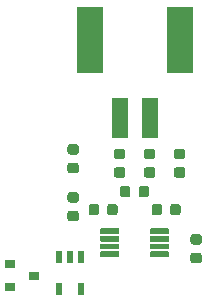
<source format=gbr>
G04 #@! TF.GenerationSoftware,KiCad,Pcbnew,5.1.5-52549c5~84~ubuntu18.04.1*
G04 #@! TF.CreationDate,2020-01-22T16:22:53-05:00*
G04 #@! TF.ProjectId,ATA,4154412e-6b69-4636-9164-5f7063625858,1.0*
G04 #@! TF.SameCoordinates,Original*
G04 #@! TF.FileFunction,Paste,Top*
G04 #@! TF.FilePolarity,Positive*
%FSLAX46Y46*%
G04 Gerber Fmt 4.6, Leading zero omitted, Abs format (unit mm)*
G04 Created by KiCad (PCBNEW 5.1.5-52549c5~84~ubuntu18.04.1) date 2020-01-22 16:22:53*
%MOMM*%
%LPD*%
G04 APERTURE LIST*
%ADD10R,0.900000X0.800000*%
%ADD11C,0.100000*%
%ADD12R,1.400000X3.400000*%
%ADD13R,2.300000X5.600000*%
%ADD14R,0.600000X1.050000*%
G04 APERTURE END LIST*
D10*
X140700000Y-95250000D03*
X138700000Y-96200000D03*
X138700000Y-94300000D03*
D11*
G36*
X144295691Y-84120053D02*
G01*
X144316926Y-84123203D01*
X144337750Y-84128419D01*
X144357962Y-84135651D01*
X144377368Y-84144830D01*
X144395781Y-84155866D01*
X144413024Y-84168654D01*
X144428930Y-84183070D01*
X144443346Y-84198976D01*
X144456134Y-84216219D01*
X144467170Y-84234632D01*
X144476349Y-84254038D01*
X144483581Y-84274250D01*
X144488797Y-84295074D01*
X144491947Y-84316309D01*
X144493000Y-84337750D01*
X144493000Y-84775250D01*
X144491947Y-84796691D01*
X144488797Y-84817926D01*
X144483581Y-84838750D01*
X144476349Y-84858962D01*
X144467170Y-84878368D01*
X144456134Y-84896781D01*
X144443346Y-84914024D01*
X144428930Y-84929930D01*
X144413024Y-84944346D01*
X144395781Y-84957134D01*
X144377368Y-84968170D01*
X144357962Y-84977349D01*
X144337750Y-84984581D01*
X144316926Y-84989797D01*
X144295691Y-84992947D01*
X144274250Y-84994000D01*
X143761750Y-84994000D01*
X143740309Y-84992947D01*
X143719074Y-84989797D01*
X143698250Y-84984581D01*
X143678038Y-84977349D01*
X143658632Y-84968170D01*
X143640219Y-84957134D01*
X143622976Y-84944346D01*
X143607070Y-84929930D01*
X143592654Y-84914024D01*
X143579866Y-84896781D01*
X143568830Y-84878368D01*
X143559651Y-84858962D01*
X143552419Y-84838750D01*
X143547203Y-84817926D01*
X143544053Y-84796691D01*
X143543000Y-84775250D01*
X143543000Y-84337750D01*
X143544053Y-84316309D01*
X143547203Y-84295074D01*
X143552419Y-84274250D01*
X143559651Y-84254038D01*
X143568830Y-84234632D01*
X143579866Y-84216219D01*
X143592654Y-84198976D01*
X143607070Y-84183070D01*
X143622976Y-84168654D01*
X143640219Y-84155866D01*
X143658632Y-84144830D01*
X143678038Y-84135651D01*
X143698250Y-84128419D01*
X143719074Y-84123203D01*
X143740309Y-84120053D01*
X143761750Y-84119000D01*
X144274250Y-84119000D01*
X144295691Y-84120053D01*
G37*
G36*
X144295691Y-85695053D02*
G01*
X144316926Y-85698203D01*
X144337750Y-85703419D01*
X144357962Y-85710651D01*
X144377368Y-85719830D01*
X144395781Y-85730866D01*
X144413024Y-85743654D01*
X144428930Y-85758070D01*
X144443346Y-85773976D01*
X144456134Y-85791219D01*
X144467170Y-85809632D01*
X144476349Y-85829038D01*
X144483581Y-85849250D01*
X144488797Y-85870074D01*
X144491947Y-85891309D01*
X144493000Y-85912750D01*
X144493000Y-86350250D01*
X144491947Y-86371691D01*
X144488797Y-86392926D01*
X144483581Y-86413750D01*
X144476349Y-86433962D01*
X144467170Y-86453368D01*
X144456134Y-86471781D01*
X144443346Y-86489024D01*
X144428930Y-86504930D01*
X144413024Y-86519346D01*
X144395781Y-86532134D01*
X144377368Y-86543170D01*
X144357962Y-86552349D01*
X144337750Y-86559581D01*
X144316926Y-86564797D01*
X144295691Y-86567947D01*
X144274250Y-86569000D01*
X143761750Y-86569000D01*
X143740309Y-86567947D01*
X143719074Y-86564797D01*
X143698250Y-86559581D01*
X143678038Y-86552349D01*
X143658632Y-86543170D01*
X143640219Y-86532134D01*
X143622976Y-86519346D01*
X143607070Y-86504930D01*
X143592654Y-86489024D01*
X143579866Y-86471781D01*
X143568830Y-86453368D01*
X143559651Y-86433962D01*
X143552419Y-86413750D01*
X143547203Y-86392926D01*
X143544053Y-86371691D01*
X143543000Y-86350250D01*
X143543000Y-85912750D01*
X143544053Y-85891309D01*
X143547203Y-85870074D01*
X143552419Y-85849250D01*
X143559651Y-85829038D01*
X143568830Y-85809632D01*
X143579866Y-85791219D01*
X143592654Y-85773976D01*
X143607070Y-85758070D01*
X143622976Y-85743654D01*
X143640219Y-85730866D01*
X143658632Y-85719830D01*
X143678038Y-85710651D01*
X143698250Y-85703419D01*
X143719074Y-85698203D01*
X143740309Y-85695053D01*
X143761750Y-85694000D01*
X144274250Y-85694000D01*
X144295691Y-85695053D01*
G37*
G36*
X153312691Y-86076053D02*
G01*
X153333926Y-86079203D01*
X153354750Y-86084419D01*
X153374962Y-86091651D01*
X153394368Y-86100830D01*
X153412781Y-86111866D01*
X153430024Y-86124654D01*
X153445930Y-86139070D01*
X153460346Y-86154976D01*
X153473134Y-86172219D01*
X153484170Y-86190632D01*
X153493349Y-86210038D01*
X153500581Y-86230250D01*
X153505797Y-86251074D01*
X153508947Y-86272309D01*
X153510000Y-86293750D01*
X153510000Y-86731250D01*
X153508947Y-86752691D01*
X153505797Y-86773926D01*
X153500581Y-86794750D01*
X153493349Y-86814962D01*
X153484170Y-86834368D01*
X153473134Y-86852781D01*
X153460346Y-86870024D01*
X153445930Y-86885930D01*
X153430024Y-86900346D01*
X153412781Y-86913134D01*
X153394368Y-86924170D01*
X153374962Y-86933349D01*
X153354750Y-86940581D01*
X153333926Y-86945797D01*
X153312691Y-86948947D01*
X153291250Y-86950000D01*
X152778750Y-86950000D01*
X152757309Y-86948947D01*
X152736074Y-86945797D01*
X152715250Y-86940581D01*
X152695038Y-86933349D01*
X152675632Y-86924170D01*
X152657219Y-86913134D01*
X152639976Y-86900346D01*
X152624070Y-86885930D01*
X152609654Y-86870024D01*
X152596866Y-86852781D01*
X152585830Y-86834368D01*
X152576651Y-86814962D01*
X152569419Y-86794750D01*
X152564203Y-86773926D01*
X152561053Y-86752691D01*
X152560000Y-86731250D01*
X152560000Y-86293750D01*
X152561053Y-86272309D01*
X152564203Y-86251074D01*
X152569419Y-86230250D01*
X152576651Y-86210038D01*
X152585830Y-86190632D01*
X152596866Y-86172219D01*
X152609654Y-86154976D01*
X152624070Y-86139070D01*
X152639976Y-86124654D01*
X152657219Y-86111866D01*
X152675632Y-86100830D01*
X152695038Y-86091651D01*
X152715250Y-86084419D01*
X152736074Y-86079203D01*
X152757309Y-86076053D01*
X152778750Y-86075000D01*
X153291250Y-86075000D01*
X153312691Y-86076053D01*
G37*
G36*
X153312691Y-84501053D02*
G01*
X153333926Y-84504203D01*
X153354750Y-84509419D01*
X153374962Y-84516651D01*
X153394368Y-84525830D01*
X153412781Y-84536866D01*
X153430024Y-84549654D01*
X153445930Y-84564070D01*
X153460346Y-84579976D01*
X153473134Y-84597219D01*
X153484170Y-84615632D01*
X153493349Y-84635038D01*
X153500581Y-84655250D01*
X153505797Y-84676074D01*
X153508947Y-84697309D01*
X153510000Y-84718750D01*
X153510000Y-85156250D01*
X153508947Y-85177691D01*
X153505797Y-85198926D01*
X153500581Y-85219750D01*
X153493349Y-85239962D01*
X153484170Y-85259368D01*
X153473134Y-85277781D01*
X153460346Y-85295024D01*
X153445930Y-85310930D01*
X153430024Y-85325346D01*
X153412781Y-85338134D01*
X153394368Y-85349170D01*
X153374962Y-85358349D01*
X153354750Y-85365581D01*
X153333926Y-85370797D01*
X153312691Y-85373947D01*
X153291250Y-85375000D01*
X152778750Y-85375000D01*
X152757309Y-85373947D01*
X152736074Y-85370797D01*
X152715250Y-85365581D01*
X152695038Y-85358349D01*
X152675632Y-85349170D01*
X152657219Y-85338134D01*
X152639976Y-85325346D01*
X152624070Y-85310930D01*
X152609654Y-85295024D01*
X152596866Y-85277781D01*
X152585830Y-85259368D01*
X152576651Y-85239962D01*
X152569419Y-85219750D01*
X152564203Y-85198926D01*
X152561053Y-85177691D01*
X152560000Y-85156250D01*
X152560000Y-84718750D01*
X152561053Y-84697309D01*
X152564203Y-84676074D01*
X152569419Y-84655250D01*
X152576651Y-84635038D01*
X152585830Y-84615632D01*
X152596866Y-84597219D01*
X152609654Y-84579976D01*
X152624070Y-84564070D01*
X152639976Y-84549654D01*
X152657219Y-84536866D01*
X152675632Y-84525830D01*
X152695038Y-84516651D01*
X152715250Y-84509419D01*
X152736074Y-84504203D01*
X152757309Y-84501053D01*
X152778750Y-84500000D01*
X153291250Y-84500000D01*
X153312691Y-84501053D01*
G37*
G36*
X154709691Y-93315053D02*
G01*
X154730926Y-93318203D01*
X154751750Y-93323419D01*
X154771962Y-93330651D01*
X154791368Y-93339830D01*
X154809781Y-93350866D01*
X154827024Y-93363654D01*
X154842930Y-93378070D01*
X154857346Y-93393976D01*
X154870134Y-93411219D01*
X154881170Y-93429632D01*
X154890349Y-93449038D01*
X154897581Y-93469250D01*
X154902797Y-93490074D01*
X154905947Y-93511309D01*
X154907000Y-93532750D01*
X154907000Y-93970250D01*
X154905947Y-93991691D01*
X154902797Y-94012926D01*
X154897581Y-94033750D01*
X154890349Y-94053962D01*
X154881170Y-94073368D01*
X154870134Y-94091781D01*
X154857346Y-94109024D01*
X154842930Y-94124930D01*
X154827024Y-94139346D01*
X154809781Y-94152134D01*
X154791368Y-94163170D01*
X154771962Y-94172349D01*
X154751750Y-94179581D01*
X154730926Y-94184797D01*
X154709691Y-94187947D01*
X154688250Y-94189000D01*
X154175750Y-94189000D01*
X154154309Y-94187947D01*
X154133074Y-94184797D01*
X154112250Y-94179581D01*
X154092038Y-94172349D01*
X154072632Y-94163170D01*
X154054219Y-94152134D01*
X154036976Y-94139346D01*
X154021070Y-94124930D01*
X154006654Y-94109024D01*
X153993866Y-94091781D01*
X153982830Y-94073368D01*
X153973651Y-94053962D01*
X153966419Y-94033750D01*
X153961203Y-94012926D01*
X153958053Y-93991691D01*
X153957000Y-93970250D01*
X153957000Y-93532750D01*
X153958053Y-93511309D01*
X153961203Y-93490074D01*
X153966419Y-93469250D01*
X153973651Y-93449038D01*
X153982830Y-93429632D01*
X153993866Y-93411219D01*
X154006654Y-93393976D01*
X154021070Y-93378070D01*
X154036976Y-93363654D01*
X154054219Y-93350866D01*
X154072632Y-93339830D01*
X154092038Y-93330651D01*
X154112250Y-93323419D01*
X154133074Y-93318203D01*
X154154309Y-93315053D01*
X154175750Y-93314000D01*
X154688250Y-93314000D01*
X154709691Y-93315053D01*
G37*
G36*
X154709691Y-91740053D02*
G01*
X154730926Y-91743203D01*
X154751750Y-91748419D01*
X154771962Y-91755651D01*
X154791368Y-91764830D01*
X154809781Y-91775866D01*
X154827024Y-91788654D01*
X154842930Y-91803070D01*
X154857346Y-91818976D01*
X154870134Y-91836219D01*
X154881170Y-91854632D01*
X154890349Y-91874038D01*
X154897581Y-91894250D01*
X154902797Y-91915074D01*
X154905947Y-91936309D01*
X154907000Y-91957750D01*
X154907000Y-92395250D01*
X154905947Y-92416691D01*
X154902797Y-92437926D01*
X154897581Y-92458750D01*
X154890349Y-92478962D01*
X154881170Y-92498368D01*
X154870134Y-92516781D01*
X154857346Y-92534024D01*
X154842930Y-92549930D01*
X154827024Y-92564346D01*
X154809781Y-92577134D01*
X154791368Y-92588170D01*
X154771962Y-92597349D01*
X154751750Y-92604581D01*
X154730926Y-92609797D01*
X154709691Y-92612947D01*
X154688250Y-92614000D01*
X154175750Y-92614000D01*
X154154309Y-92612947D01*
X154133074Y-92609797D01*
X154112250Y-92604581D01*
X154092038Y-92597349D01*
X154072632Y-92588170D01*
X154054219Y-92577134D01*
X154036976Y-92564346D01*
X154021070Y-92549930D01*
X154006654Y-92534024D01*
X153993866Y-92516781D01*
X153982830Y-92498368D01*
X153973651Y-92478962D01*
X153966419Y-92458750D01*
X153961203Y-92437926D01*
X153958053Y-92416691D01*
X153957000Y-92395250D01*
X153957000Y-91957750D01*
X153958053Y-91936309D01*
X153961203Y-91915074D01*
X153966419Y-91894250D01*
X153973651Y-91874038D01*
X153982830Y-91854632D01*
X153993866Y-91836219D01*
X154006654Y-91818976D01*
X154021070Y-91803070D01*
X154036976Y-91788654D01*
X154054219Y-91775866D01*
X154072632Y-91764830D01*
X154092038Y-91755651D01*
X154112250Y-91748419D01*
X154133074Y-91743203D01*
X154154309Y-91740053D01*
X154175750Y-91739000D01*
X154688250Y-91739000D01*
X154709691Y-91740053D01*
G37*
G36*
X144295691Y-89759053D02*
G01*
X144316926Y-89762203D01*
X144337750Y-89767419D01*
X144357962Y-89774651D01*
X144377368Y-89783830D01*
X144395781Y-89794866D01*
X144413024Y-89807654D01*
X144428930Y-89822070D01*
X144443346Y-89837976D01*
X144456134Y-89855219D01*
X144467170Y-89873632D01*
X144476349Y-89893038D01*
X144483581Y-89913250D01*
X144488797Y-89934074D01*
X144491947Y-89955309D01*
X144493000Y-89976750D01*
X144493000Y-90414250D01*
X144491947Y-90435691D01*
X144488797Y-90456926D01*
X144483581Y-90477750D01*
X144476349Y-90497962D01*
X144467170Y-90517368D01*
X144456134Y-90535781D01*
X144443346Y-90553024D01*
X144428930Y-90568930D01*
X144413024Y-90583346D01*
X144395781Y-90596134D01*
X144377368Y-90607170D01*
X144357962Y-90616349D01*
X144337750Y-90623581D01*
X144316926Y-90628797D01*
X144295691Y-90631947D01*
X144274250Y-90633000D01*
X143761750Y-90633000D01*
X143740309Y-90631947D01*
X143719074Y-90628797D01*
X143698250Y-90623581D01*
X143678038Y-90616349D01*
X143658632Y-90607170D01*
X143640219Y-90596134D01*
X143622976Y-90583346D01*
X143607070Y-90568930D01*
X143592654Y-90553024D01*
X143579866Y-90535781D01*
X143568830Y-90517368D01*
X143559651Y-90497962D01*
X143552419Y-90477750D01*
X143547203Y-90456926D01*
X143544053Y-90435691D01*
X143543000Y-90414250D01*
X143543000Y-89976750D01*
X143544053Y-89955309D01*
X143547203Y-89934074D01*
X143552419Y-89913250D01*
X143559651Y-89893038D01*
X143568830Y-89873632D01*
X143579866Y-89855219D01*
X143592654Y-89837976D01*
X143607070Y-89822070D01*
X143622976Y-89807654D01*
X143640219Y-89794866D01*
X143658632Y-89783830D01*
X143678038Y-89774651D01*
X143698250Y-89767419D01*
X143719074Y-89762203D01*
X143740309Y-89759053D01*
X143761750Y-89758000D01*
X144274250Y-89758000D01*
X144295691Y-89759053D01*
G37*
G36*
X144295691Y-88184053D02*
G01*
X144316926Y-88187203D01*
X144337750Y-88192419D01*
X144357962Y-88199651D01*
X144377368Y-88208830D01*
X144395781Y-88219866D01*
X144413024Y-88232654D01*
X144428930Y-88247070D01*
X144443346Y-88262976D01*
X144456134Y-88280219D01*
X144467170Y-88298632D01*
X144476349Y-88318038D01*
X144483581Y-88338250D01*
X144488797Y-88359074D01*
X144491947Y-88380309D01*
X144493000Y-88401750D01*
X144493000Y-88839250D01*
X144491947Y-88860691D01*
X144488797Y-88881926D01*
X144483581Y-88902750D01*
X144476349Y-88922962D01*
X144467170Y-88942368D01*
X144456134Y-88960781D01*
X144443346Y-88978024D01*
X144428930Y-88993930D01*
X144413024Y-89008346D01*
X144395781Y-89021134D01*
X144377368Y-89032170D01*
X144357962Y-89041349D01*
X144337750Y-89048581D01*
X144316926Y-89053797D01*
X144295691Y-89056947D01*
X144274250Y-89058000D01*
X143761750Y-89058000D01*
X143740309Y-89056947D01*
X143719074Y-89053797D01*
X143698250Y-89048581D01*
X143678038Y-89041349D01*
X143658632Y-89032170D01*
X143640219Y-89021134D01*
X143622976Y-89008346D01*
X143607070Y-88993930D01*
X143592654Y-88978024D01*
X143579866Y-88960781D01*
X143568830Y-88942368D01*
X143559651Y-88922962D01*
X143552419Y-88902750D01*
X143547203Y-88881926D01*
X143544053Y-88860691D01*
X143543000Y-88839250D01*
X143543000Y-88401750D01*
X143544053Y-88380309D01*
X143547203Y-88359074D01*
X143552419Y-88338250D01*
X143559651Y-88318038D01*
X143568830Y-88298632D01*
X143579866Y-88280219D01*
X143592654Y-88262976D01*
X143607070Y-88247070D01*
X143622976Y-88232654D01*
X143640219Y-88219866D01*
X143658632Y-88208830D01*
X143678038Y-88199651D01*
X143698250Y-88192419D01*
X143719074Y-88187203D01*
X143740309Y-88184053D01*
X143761750Y-88183000D01*
X144274250Y-88183000D01*
X144295691Y-88184053D01*
G37*
D12*
X150495000Y-81915000D03*
X147995000Y-81915000D03*
D13*
X153045000Y-75315000D03*
X145445000Y-75315000D03*
D11*
G36*
X147585691Y-89188053D02*
G01*
X147606926Y-89191203D01*
X147627750Y-89196419D01*
X147647962Y-89203651D01*
X147667368Y-89212830D01*
X147685781Y-89223866D01*
X147703024Y-89236654D01*
X147718930Y-89251070D01*
X147733346Y-89266976D01*
X147746134Y-89284219D01*
X147757170Y-89302632D01*
X147766349Y-89322038D01*
X147773581Y-89342250D01*
X147778797Y-89363074D01*
X147781947Y-89384309D01*
X147783000Y-89405750D01*
X147783000Y-89918250D01*
X147781947Y-89939691D01*
X147778797Y-89960926D01*
X147773581Y-89981750D01*
X147766349Y-90001962D01*
X147757170Y-90021368D01*
X147746134Y-90039781D01*
X147733346Y-90057024D01*
X147718930Y-90072930D01*
X147703024Y-90087346D01*
X147685781Y-90100134D01*
X147667368Y-90111170D01*
X147647962Y-90120349D01*
X147627750Y-90127581D01*
X147606926Y-90132797D01*
X147585691Y-90135947D01*
X147564250Y-90137000D01*
X147126750Y-90137000D01*
X147105309Y-90135947D01*
X147084074Y-90132797D01*
X147063250Y-90127581D01*
X147043038Y-90120349D01*
X147023632Y-90111170D01*
X147005219Y-90100134D01*
X146987976Y-90087346D01*
X146972070Y-90072930D01*
X146957654Y-90057024D01*
X146944866Y-90039781D01*
X146933830Y-90021368D01*
X146924651Y-90001962D01*
X146917419Y-89981750D01*
X146912203Y-89960926D01*
X146909053Y-89939691D01*
X146908000Y-89918250D01*
X146908000Y-89405750D01*
X146909053Y-89384309D01*
X146912203Y-89363074D01*
X146917419Y-89342250D01*
X146924651Y-89322038D01*
X146933830Y-89302632D01*
X146944866Y-89284219D01*
X146957654Y-89266976D01*
X146972070Y-89251070D01*
X146987976Y-89236654D01*
X147005219Y-89223866D01*
X147023632Y-89212830D01*
X147043038Y-89203651D01*
X147063250Y-89196419D01*
X147084074Y-89191203D01*
X147105309Y-89188053D01*
X147126750Y-89187000D01*
X147564250Y-89187000D01*
X147585691Y-89188053D01*
G37*
G36*
X146010691Y-89188053D02*
G01*
X146031926Y-89191203D01*
X146052750Y-89196419D01*
X146072962Y-89203651D01*
X146092368Y-89212830D01*
X146110781Y-89223866D01*
X146128024Y-89236654D01*
X146143930Y-89251070D01*
X146158346Y-89266976D01*
X146171134Y-89284219D01*
X146182170Y-89302632D01*
X146191349Y-89322038D01*
X146198581Y-89342250D01*
X146203797Y-89363074D01*
X146206947Y-89384309D01*
X146208000Y-89405750D01*
X146208000Y-89918250D01*
X146206947Y-89939691D01*
X146203797Y-89960926D01*
X146198581Y-89981750D01*
X146191349Y-90001962D01*
X146182170Y-90021368D01*
X146171134Y-90039781D01*
X146158346Y-90057024D01*
X146143930Y-90072930D01*
X146128024Y-90087346D01*
X146110781Y-90100134D01*
X146092368Y-90111170D01*
X146072962Y-90120349D01*
X146052750Y-90127581D01*
X146031926Y-90132797D01*
X146010691Y-90135947D01*
X145989250Y-90137000D01*
X145551750Y-90137000D01*
X145530309Y-90135947D01*
X145509074Y-90132797D01*
X145488250Y-90127581D01*
X145468038Y-90120349D01*
X145448632Y-90111170D01*
X145430219Y-90100134D01*
X145412976Y-90087346D01*
X145397070Y-90072930D01*
X145382654Y-90057024D01*
X145369866Y-90039781D01*
X145358830Y-90021368D01*
X145349651Y-90001962D01*
X145342419Y-89981750D01*
X145337203Y-89960926D01*
X145334053Y-89939691D01*
X145333000Y-89918250D01*
X145333000Y-89405750D01*
X145334053Y-89384309D01*
X145337203Y-89363074D01*
X145342419Y-89342250D01*
X145349651Y-89322038D01*
X145358830Y-89302632D01*
X145369866Y-89284219D01*
X145382654Y-89266976D01*
X145397070Y-89251070D01*
X145412976Y-89236654D01*
X145430219Y-89223866D01*
X145448632Y-89212830D01*
X145468038Y-89203651D01*
X145488250Y-89196419D01*
X145509074Y-89191203D01*
X145530309Y-89188053D01*
X145551750Y-89187000D01*
X145989250Y-89187000D01*
X146010691Y-89188053D01*
G37*
G36*
X148677691Y-87664053D02*
G01*
X148698926Y-87667203D01*
X148719750Y-87672419D01*
X148739962Y-87679651D01*
X148759368Y-87688830D01*
X148777781Y-87699866D01*
X148795024Y-87712654D01*
X148810930Y-87727070D01*
X148825346Y-87742976D01*
X148838134Y-87760219D01*
X148849170Y-87778632D01*
X148858349Y-87798038D01*
X148865581Y-87818250D01*
X148870797Y-87839074D01*
X148873947Y-87860309D01*
X148875000Y-87881750D01*
X148875000Y-88394250D01*
X148873947Y-88415691D01*
X148870797Y-88436926D01*
X148865581Y-88457750D01*
X148858349Y-88477962D01*
X148849170Y-88497368D01*
X148838134Y-88515781D01*
X148825346Y-88533024D01*
X148810930Y-88548930D01*
X148795024Y-88563346D01*
X148777781Y-88576134D01*
X148759368Y-88587170D01*
X148739962Y-88596349D01*
X148719750Y-88603581D01*
X148698926Y-88608797D01*
X148677691Y-88611947D01*
X148656250Y-88613000D01*
X148218750Y-88613000D01*
X148197309Y-88611947D01*
X148176074Y-88608797D01*
X148155250Y-88603581D01*
X148135038Y-88596349D01*
X148115632Y-88587170D01*
X148097219Y-88576134D01*
X148079976Y-88563346D01*
X148064070Y-88548930D01*
X148049654Y-88533024D01*
X148036866Y-88515781D01*
X148025830Y-88497368D01*
X148016651Y-88477962D01*
X148009419Y-88457750D01*
X148004203Y-88436926D01*
X148001053Y-88415691D01*
X148000000Y-88394250D01*
X148000000Y-87881750D01*
X148001053Y-87860309D01*
X148004203Y-87839074D01*
X148009419Y-87818250D01*
X148016651Y-87798038D01*
X148025830Y-87778632D01*
X148036866Y-87760219D01*
X148049654Y-87742976D01*
X148064070Y-87727070D01*
X148079976Y-87712654D01*
X148097219Y-87699866D01*
X148115632Y-87688830D01*
X148135038Y-87679651D01*
X148155250Y-87672419D01*
X148176074Y-87667203D01*
X148197309Y-87664053D01*
X148218750Y-87663000D01*
X148656250Y-87663000D01*
X148677691Y-87664053D01*
G37*
G36*
X150252691Y-87664053D02*
G01*
X150273926Y-87667203D01*
X150294750Y-87672419D01*
X150314962Y-87679651D01*
X150334368Y-87688830D01*
X150352781Y-87699866D01*
X150370024Y-87712654D01*
X150385930Y-87727070D01*
X150400346Y-87742976D01*
X150413134Y-87760219D01*
X150424170Y-87778632D01*
X150433349Y-87798038D01*
X150440581Y-87818250D01*
X150445797Y-87839074D01*
X150448947Y-87860309D01*
X150450000Y-87881750D01*
X150450000Y-88394250D01*
X150448947Y-88415691D01*
X150445797Y-88436926D01*
X150440581Y-88457750D01*
X150433349Y-88477962D01*
X150424170Y-88497368D01*
X150413134Y-88515781D01*
X150400346Y-88533024D01*
X150385930Y-88548930D01*
X150370024Y-88563346D01*
X150352781Y-88576134D01*
X150334368Y-88587170D01*
X150314962Y-88596349D01*
X150294750Y-88603581D01*
X150273926Y-88608797D01*
X150252691Y-88611947D01*
X150231250Y-88613000D01*
X149793750Y-88613000D01*
X149772309Y-88611947D01*
X149751074Y-88608797D01*
X149730250Y-88603581D01*
X149710038Y-88596349D01*
X149690632Y-88587170D01*
X149672219Y-88576134D01*
X149654976Y-88563346D01*
X149639070Y-88548930D01*
X149624654Y-88533024D01*
X149611866Y-88515781D01*
X149600830Y-88497368D01*
X149591651Y-88477962D01*
X149584419Y-88457750D01*
X149579203Y-88436926D01*
X149576053Y-88415691D01*
X149575000Y-88394250D01*
X149575000Y-87881750D01*
X149576053Y-87860309D01*
X149579203Y-87839074D01*
X149584419Y-87818250D01*
X149591651Y-87798038D01*
X149600830Y-87778632D01*
X149611866Y-87760219D01*
X149624654Y-87742976D01*
X149639070Y-87727070D01*
X149654976Y-87712654D01*
X149672219Y-87699866D01*
X149690632Y-87688830D01*
X149710038Y-87679651D01*
X149730250Y-87672419D01*
X149751074Y-87667203D01*
X149772309Y-87664053D01*
X149793750Y-87663000D01*
X150231250Y-87663000D01*
X150252691Y-87664053D01*
G37*
G36*
X152919691Y-89188053D02*
G01*
X152940926Y-89191203D01*
X152961750Y-89196419D01*
X152981962Y-89203651D01*
X153001368Y-89212830D01*
X153019781Y-89223866D01*
X153037024Y-89236654D01*
X153052930Y-89251070D01*
X153067346Y-89266976D01*
X153080134Y-89284219D01*
X153091170Y-89302632D01*
X153100349Y-89322038D01*
X153107581Y-89342250D01*
X153112797Y-89363074D01*
X153115947Y-89384309D01*
X153117000Y-89405750D01*
X153117000Y-89918250D01*
X153115947Y-89939691D01*
X153112797Y-89960926D01*
X153107581Y-89981750D01*
X153100349Y-90001962D01*
X153091170Y-90021368D01*
X153080134Y-90039781D01*
X153067346Y-90057024D01*
X153052930Y-90072930D01*
X153037024Y-90087346D01*
X153019781Y-90100134D01*
X153001368Y-90111170D01*
X152981962Y-90120349D01*
X152961750Y-90127581D01*
X152940926Y-90132797D01*
X152919691Y-90135947D01*
X152898250Y-90137000D01*
X152460750Y-90137000D01*
X152439309Y-90135947D01*
X152418074Y-90132797D01*
X152397250Y-90127581D01*
X152377038Y-90120349D01*
X152357632Y-90111170D01*
X152339219Y-90100134D01*
X152321976Y-90087346D01*
X152306070Y-90072930D01*
X152291654Y-90057024D01*
X152278866Y-90039781D01*
X152267830Y-90021368D01*
X152258651Y-90001962D01*
X152251419Y-89981750D01*
X152246203Y-89960926D01*
X152243053Y-89939691D01*
X152242000Y-89918250D01*
X152242000Y-89405750D01*
X152243053Y-89384309D01*
X152246203Y-89363074D01*
X152251419Y-89342250D01*
X152258651Y-89322038D01*
X152267830Y-89302632D01*
X152278866Y-89284219D01*
X152291654Y-89266976D01*
X152306070Y-89251070D01*
X152321976Y-89236654D01*
X152339219Y-89223866D01*
X152357632Y-89212830D01*
X152377038Y-89203651D01*
X152397250Y-89196419D01*
X152418074Y-89191203D01*
X152439309Y-89188053D01*
X152460750Y-89187000D01*
X152898250Y-89187000D01*
X152919691Y-89188053D01*
G37*
G36*
X151344691Y-89188053D02*
G01*
X151365926Y-89191203D01*
X151386750Y-89196419D01*
X151406962Y-89203651D01*
X151426368Y-89212830D01*
X151444781Y-89223866D01*
X151462024Y-89236654D01*
X151477930Y-89251070D01*
X151492346Y-89266976D01*
X151505134Y-89284219D01*
X151516170Y-89302632D01*
X151525349Y-89322038D01*
X151532581Y-89342250D01*
X151537797Y-89363074D01*
X151540947Y-89384309D01*
X151542000Y-89405750D01*
X151542000Y-89918250D01*
X151540947Y-89939691D01*
X151537797Y-89960926D01*
X151532581Y-89981750D01*
X151525349Y-90001962D01*
X151516170Y-90021368D01*
X151505134Y-90039781D01*
X151492346Y-90057024D01*
X151477930Y-90072930D01*
X151462024Y-90087346D01*
X151444781Y-90100134D01*
X151426368Y-90111170D01*
X151406962Y-90120349D01*
X151386750Y-90127581D01*
X151365926Y-90132797D01*
X151344691Y-90135947D01*
X151323250Y-90137000D01*
X150885750Y-90137000D01*
X150864309Y-90135947D01*
X150843074Y-90132797D01*
X150822250Y-90127581D01*
X150802038Y-90120349D01*
X150782632Y-90111170D01*
X150764219Y-90100134D01*
X150746976Y-90087346D01*
X150731070Y-90072930D01*
X150716654Y-90057024D01*
X150703866Y-90039781D01*
X150692830Y-90021368D01*
X150683651Y-90001962D01*
X150676419Y-89981750D01*
X150671203Y-89960926D01*
X150668053Y-89939691D01*
X150667000Y-89918250D01*
X150667000Y-89405750D01*
X150668053Y-89384309D01*
X150671203Y-89363074D01*
X150676419Y-89342250D01*
X150683651Y-89322038D01*
X150692830Y-89302632D01*
X150703866Y-89284219D01*
X150716654Y-89266976D01*
X150731070Y-89251070D01*
X150746976Y-89236654D01*
X150764219Y-89223866D01*
X150782632Y-89212830D01*
X150802038Y-89203651D01*
X150822250Y-89196419D01*
X150843074Y-89191203D01*
X150864309Y-89188053D01*
X150885750Y-89187000D01*
X151323250Y-89187000D01*
X151344691Y-89188053D01*
G37*
G36*
X148232691Y-86076053D02*
G01*
X148253926Y-86079203D01*
X148274750Y-86084419D01*
X148294962Y-86091651D01*
X148314368Y-86100830D01*
X148332781Y-86111866D01*
X148350024Y-86124654D01*
X148365930Y-86139070D01*
X148380346Y-86154976D01*
X148393134Y-86172219D01*
X148404170Y-86190632D01*
X148413349Y-86210038D01*
X148420581Y-86230250D01*
X148425797Y-86251074D01*
X148428947Y-86272309D01*
X148430000Y-86293750D01*
X148430000Y-86731250D01*
X148428947Y-86752691D01*
X148425797Y-86773926D01*
X148420581Y-86794750D01*
X148413349Y-86814962D01*
X148404170Y-86834368D01*
X148393134Y-86852781D01*
X148380346Y-86870024D01*
X148365930Y-86885930D01*
X148350024Y-86900346D01*
X148332781Y-86913134D01*
X148314368Y-86924170D01*
X148294962Y-86933349D01*
X148274750Y-86940581D01*
X148253926Y-86945797D01*
X148232691Y-86948947D01*
X148211250Y-86950000D01*
X147698750Y-86950000D01*
X147677309Y-86948947D01*
X147656074Y-86945797D01*
X147635250Y-86940581D01*
X147615038Y-86933349D01*
X147595632Y-86924170D01*
X147577219Y-86913134D01*
X147559976Y-86900346D01*
X147544070Y-86885930D01*
X147529654Y-86870024D01*
X147516866Y-86852781D01*
X147505830Y-86834368D01*
X147496651Y-86814962D01*
X147489419Y-86794750D01*
X147484203Y-86773926D01*
X147481053Y-86752691D01*
X147480000Y-86731250D01*
X147480000Y-86293750D01*
X147481053Y-86272309D01*
X147484203Y-86251074D01*
X147489419Y-86230250D01*
X147496651Y-86210038D01*
X147505830Y-86190632D01*
X147516866Y-86172219D01*
X147529654Y-86154976D01*
X147544070Y-86139070D01*
X147559976Y-86124654D01*
X147577219Y-86111866D01*
X147595632Y-86100830D01*
X147615038Y-86091651D01*
X147635250Y-86084419D01*
X147656074Y-86079203D01*
X147677309Y-86076053D01*
X147698750Y-86075000D01*
X148211250Y-86075000D01*
X148232691Y-86076053D01*
G37*
G36*
X148232691Y-84501053D02*
G01*
X148253926Y-84504203D01*
X148274750Y-84509419D01*
X148294962Y-84516651D01*
X148314368Y-84525830D01*
X148332781Y-84536866D01*
X148350024Y-84549654D01*
X148365930Y-84564070D01*
X148380346Y-84579976D01*
X148393134Y-84597219D01*
X148404170Y-84615632D01*
X148413349Y-84635038D01*
X148420581Y-84655250D01*
X148425797Y-84676074D01*
X148428947Y-84697309D01*
X148430000Y-84718750D01*
X148430000Y-85156250D01*
X148428947Y-85177691D01*
X148425797Y-85198926D01*
X148420581Y-85219750D01*
X148413349Y-85239962D01*
X148404170Y-85259368D01*
X148393134Y-85277781D01*
X148380346Y-85295024D01*
X148365930Y-85310930D01*
X148350024Y-85325346D01*
X148332781Y-85338134D01*
X148314368Y-85349170D01*
X148294962Y-85358349D01*
X148274750Y-85365581D01*
X148253926Y-85370797D01*
X148232691Y-85373947D01*
X148211250Y-85375000D01*
X147698750Y-85375000D01*
X147677309Y-85373947D01*
X147656074Y-85370797D01*
X147635250Y-85365581D01*
X147615038Y-85358349D01*
X147595632Y-85349170D01*
X147577219Y-85338134D01*
X147559976Y-85325346D01*
X147544070Y-85310930D01*
X147529654Y-85295024D01*
X147516866Y-85277781D01*
X147505830Y-85259368D01*
X147496651Y-85239962D01*
X147489419Y-85219750D01*
X147484203Y-85198926D01*
X147481053Y-85177691D01*
X147480000Y-85156250D01*
X147480000Y-84718750D01*
X147481053Y-84697309D01*
X147484203Y-84676074D01*
X147489419Y-84655250D01*
X147496651Y-84635038D01*
X147505830Y-84615632D01*
X147516866Y-84597219D01*
X147529654Y-84579976D01*
X147544070Y-84564070D01*
X147559976Y-84549654D01*
X147577219Y-84536866D01*
X147595632Y-84525830D01*
X147615038Y-84516651D01*
X147635250Y-84509419D01*
X147656074Y-84504203D01*
X147677309Y-84501053D01*
X147698750Y-84500000D01*
X148211250Y-84500000D01*
X148232691Y-84501053D01*
G37*
G36*
X150772691Y-84501053D02*
G01*
X150793926Y-84504203D01*
X150814750Y-84509419D01*
X150834962Y-84516651D01*
X150854368Y-84525830D01*
X150872781Y-84536866D01*
X150890024Y-84549654D01*
X150905930Y-84564070D01*
X150920346Y-84579976D01*
X150933134Y-84597219D01*
X150944170Y-84615632D01*
X150953349Y-84635038D01*
X150960581Y-84655250D01*
X150965797Y-84676074D01*
X150968947Y-84697309D01*
X150970000Y-84718750D01*
X150970000Y-85156250D01*
X150968947Y-85177691D01*
X150965797Y-85198926D01*
X150960581Y-85219750D01*
X150953349Y-85239962D01*
X150944170Y-85259368D01*
X150933134Y-85277781D01*
X150920346Y-85295024D01*
X150905930Y-85310930D01*
X150890024Y-85325346D01*
X150872781Y-85338134D01*
X150854368Y-85349170D01*
X150834962Y-85358349D01*
X150814750Y-85365581D01*
X150793926Y-85370797D01*
X150772691Y-85373947D01*
X150751250Y-85375000D01*
X150238750Y-85375000D01*
X150217309Y-85373947D01*
X150196074Y-85370797D01*
X150175250Y-85365581D01*
X150155038Y-85358349D01*
X150135632Y-85349170D01*
X150117219Y-85338134D01*
X150099976Y-85325346D01*
X150084070Y-85310930D01*
X150069654Y-85295024D01*
X150056866Y-85277781D01*
X150045830Y-85259368D01*
X150036651Y-85239962D01*
X150029419Y-85219750D01*
X150024203Y-85198926D01*
X150021053Y-85177691D01*
X150020000Y-85156250D01*
X150020000Y-84718750D01*
X150021053Y-84697309D01*
X150024203Y-84676074D01*
X150029419Y-84655250D01*
X150036651Y-84635038D01*
X150045830Y-84615632D01*
X150056866Y-84597219D01*
X150069654Y-84579976D01*
X150084070Y-84564070D01*
X150099976Y-84549654D01*
X150117219Y-84536866D01*
X150135632Y-84525830D01*
X150155038Y-84516651D01*
X150175250Y-84509419D01*
X150196074Y-84504203D01*
X150217309Y-84501053D01*
X150238750Y-84500000D01*
X150751250Y-84500000D01*
X150772691Y-84501053D01*
G37*
G36*
X150772691Y-86076053D02*
G01*
X150793926Y-86079203D01*
X150814750Y-86084419D01*
X150834962Y-86091651D01*
X150854368Y-86100830D01*
X150872781Y-86111866D01*
X150890024Y-86124654D01*
X150905930Y-86139070D01*
X150920346Y-86154976D01*
X150933134Y-86172219D01*
X150944170Y-86190632D01*
X150953349Y-86210038D01*
X150960581Y-86230250D01*
X150965797Y-86251074D01*
X150968947Y-86272309D01*
X150970000Y-86293750D01*
X150970000Y-86731250D01*
X150968947Y-86752691D01*
X150965797Y-86773926D01*
X150960581Y-86794750D01*
X150953349Y-86814962D01*
X150944170Y-86834368D01*
X150933134Y-86852781D01*
X150920346Y-86870024D01*
X150905930Y-86885930D01*
X150890024Y-86900346D01*
X150872781Y-86913134D01*
X150854368Y-86924170D01*
X150834962Y-86933349D01*
X150814750Y-86940581D01*
X150793926Y-86945797D01*
X150772691Y-86948947D01*
X150751250Y-86950000D01*
X150238750Y-86950000D01*
X150217309Y-86948947D01*
X150196074Y-86945797D01*
X150175250Y-86940581D01*
X150155038Y-86933349D01*
X150135632Y-86924170D01*
X150117219Y-86913134D01*
X150099976Y-86900346D01*
X150084070Y-86885930D01*
X150069654Y-86870024D01*
X150056866Y-86852781D01*
X150045830Y-86834368D01*
X150036651Y-86814962D01*
X150029419Y-86794750D01*
X150024203Y-86773926D01*
X150021053Y-86752691D01*
X150020000Y-86731250D01*
X150020000Y-86293750D01*
X150021053Y-86272309D01*
X150024203Y-86251074D01*
X150029419Y-86230250D01*
X150036651Y-86210038D01*
X150045830Y-86190632D01*
X150056866Y-86172219D01*
X150069654Y-86154976D01*
X150084070Y-86139070D01*
X150099976Y-86124654D01*
X150117219Y-86111866D01*
X150135632Y-86100830D01*
X150155038Y-86091651D01*
X150175250Y-86084419D01*
X150196074Y-86079203D01*
X150217309Y-86076053D01*
X150238750Y-86075000D01*
X150751250Y-86075000D01*
X150772691Y-86076053D01*
G37*
G36*
X147812252Y-91231602D02*
G01*
X147824386Y-91233402D01*
X147836286Y-91236382D01*
X147847835Y-91240515D01*
X147858925Y-91245760D01*
X147869446Y-91252066D01*
X147879299Y-91259374D01*
X147888388Y-91267612D01*
X147896626Y-91276701D01*
X147903934Y-91286554D01*
X147910240Y-91297075D01*
X147915485Y-91308165D01*
X147919618Y-91319714D01*
X147922598Y-91331614D01*
X147924398Y-91343748D01*
X147925000Y-91356000D01*
X147925000Y-91606000D01*
X147924398Y-91618252D01*
X147922598Y-91630386D01*
X147919618Y-91642286D01*
X147915485Y-91653835D01*
X147910240Y-91664925D01*
X147903934Y-91675446D01*
X147896626Y-91685299D01*
X147888388Y-91694388D01*
X147879299Y-91702626D01*
X147869446Y-91709934D01*
X147858925Y-91716240D01*
X147847835Y-91721485D01*
X147836286Y-91725618D01*
X147824386Y-91728598D01*
X147812252Y-91730398D01*
X147800000Y-91731000D01*
X146425000Y-91731000D01*
X146412748Y-91730398D01*
X146400614Y-91728598D01*
X146388714Y-91725618D01*
X146377165Y-91721485D01*
X146366075Y-91716240D01*
X146355554Y-91709934D01*
X146345701Y-91702626D01*
X146336612Y-91694388D01*
X146328374Y-91685299D01*
X146321066Y-91675446D01*
X146314760Y-91664925D01*
X146309515Y-91653835D01*
X146305382Y-91642286D01*
X146302402Y-91630386D01*
X146300602Y-91618252D01*
X146300000Y-91606000D01*
X146300000Y-91356000D01*
X146300602Y-91343748D01*
X146302402Y-91331614D01*
X146305382Y-91319714D01*
X146309515Y-91308165D01*
X146314760Y-91297075D01*
X146321066Y-91286554D01*
X146328374Y-91276701D01*
X146336612Y-91267612D01*
X146345701Y-91259374D01*
X146355554Y-91252066D01*
X146366075Y-91245760D01*
X146377165Y-91240515D01*
X146388714Y-91236382D01*
X146400614Y-91233402D01*
X146412748Y-91231602D01*
X146425000Y-91231000D01*
X147800000Y-91231000D01*
X147812252Y-91231602D01*
G37*
G36*
X147812252Y-91881602D02*
G01*
X147824386Y-91883402D01*
X147836286Y-91886382D01*
X147847835Y-91890515D01*
X147858925Y-91895760D01*
X147869446Y-91902066D01*
X147879299Y-91909374D01*
X147888388Y-91917612D01*
X147896626Y-91926701D01*
X147903934Y-91936554D01*
X147910240Y-91947075D01*
X147915485Y-91958165D01*
X147919618Y-91969714D01*
X147922598Y-91981614D01*
X147924398Y-91993748D01*
X147925000Y-92006000D01*
X147925000Y-92256000D01*
X147924398Y-92268252D01*
X147922598Y-92280386D01*
X147919618Y-92292286D01*
X147915485Y-92303835D01*
X147910240Y-92314925D01*
X147903934Y-92325446D01*
X147896626Y-92335299D01*
X147888388Y-92344388D01*
X147879299Y-92352626D01*
X147869446Y-92359934D01*
X147858925Y-92366240D01*
X147847835Y-92371485D01*
X147836286Y-92375618D01*
X147824386Y-92378598D01*
X147812252Y-92380398D01*
X147800000Y-92381000D01*
X146425000Y-92381000D01*
X146412748Y-92380398D01*
X146400614Y-92378598D01*
X146388714Y-92375618D01*
X146377165Y-92371485D01*
X146366075Y-92366240D01*
X146355554Y-92359934D01*
X146345701Y-92352626D01*
X146336612Y-92344388D01*
X146328374Y-92335299D01*
X146321066Y-92325446D01*
X146314760Y-92314925D01*
X146309515Y-92303835D01*
X146305382Y-92292286D01*
X146302402Y-92280386D01*
X146300602Y-92268252D01*
X146300000Y-92256000D01*
X146300000Y-92006000D01*
X146300602Y-91993748D01*
X146302402Y-91981614D01*
X146305382Y-91969714D01*
X146309515Y-91958165D01*
X146314760Y-91947075D01*
X146321066Y-91936554D01*
X146328374Y-91926701D01*
X146336612Y-91917612D01*
X146345701Y-91909374D01*
X146355554Y-91902066D01*
X146366075Y-91895760D01*
X146377165Y-91890515D01*
X146388714Y-91886382D01*
X146400614Y-91883402D01*
X146412748Y-91881602D01*
X146425000Y-91881000D01*
X147800000Y-91881000D01*
X147812252Y-91881602D01*
G37*
G36*
X147812252Y-92531602D02*
G01*
X147824386Y-92533402D01*
X147836286Y-92536382D01*
X147847835Y-92540515D01*
X147858925Y-92545760D01*
X147869446Y-92552066D01*
X147879299Y-92559374D01*
X147888388Y-92567612D01*
X147896626Y-92576701D01*
X147903934Y-92586554D01*
X147910240Y-92597075D01*
X147915485Y-92608165D01*
X147919618Y-92619714D01*
X147922598Y-92631614D01*
X147924398Y-92643748D01*
X147925000Y-92656000D01*
X147925000Y-92906000D01*
X147924398Y-92918252D01*
X147922598Y-92930386D01*
X147919618Y-92942286D01*
X147915485Y-92953835D01*
X147910240Y-92964925D01*
X147903934Y-92975446D01*
X147896626Y-92985299D01*
X147888388Y-92994388D01*
X147879299Y-93002626D01*
X147869446Y-93009934D01*
X147858925Y-93016240D01*
X147847835Y-93021485D01*
X147836286Y-93025618D01*
X147824386Y-93028598D01*
X147812252Y-93030398D01*
X147800000Y-93031000D01*
X146425000Y-93031000D01*
X146412748Y-93030398D01*
X146400614Y-93028598D01*
X146388714Y-93025618D01*
X146377165Y-93021485D01*
X146366075Y-93016240D01*
X146355554Y-93009934D01*
X146345701Y-93002626D01*
X146336612Y-92994388D01*
X146328374Y-92985299D01*
X146321066Y-92975446D01*
X146314760Y-92964925D01*
X146309515Y-92953835D01*
X146305382Y-92942286D01*
X146302402Y-92930386D01*
X146300602Y-92918252D01*
X146300000Y-92906000D01*
X146300000Y-92656000D01*
X146300602Y-92643748D01*
X146302402Y-92631614D01*
X146305382Y-92619714D01*
X146309515Y-92608165D01*
X146314760Y-92597075D01*
X146321066Y-92586554D01*
X146328374Y-92576701D01*
X146336612Y-92567612D01*
X146345701Y-92559374D01*
X146355554Y-92552066D01*
X146366075Y-92545760D01*
X146377165Y-92540515D01*
X146388714Y-92536382D01*
X146400614Y-92533402D01*
X146412748Y-92531602D01*
X146425000Y-92531000D01*
X147800000Y-92531000D01*
X147812252Y-92531602D01*
G37*
G36*
X147812252Y-93181602D02*
G01*
X147824386Y-93183402D01*
X147836286Y-93186382D01*
X147847835Y-93190515D01*
X147858925Y-93195760D01*
X147869446Y-93202066D01*
X147879299Y-93209374D01*
X147888388Y-93217612D01*
X147896626Y-93226701D01*
X147903934Y-93236554D01*
X147910240Y-93247075D01*
X147915485Y-93258165D01*
X147919618Y-93269714D01*
X147922598Y-93281614D01*
X147924398Y-93293748D01*
X147925000Y-93306000D01*
X147925000Y-93556000D01*
X147924398Y-93568252D01*
X147922598Y-93580386D01*
X147919618Y-93592286D01*
X147915485Y-93603835D01*
X147910240Y-93614925D01*
X147903934Y-93625446D01*
X147896626Y-93635299D01*
X147888388Y-93644388D01*
X147879299Y-93652626D01*
X147869446Y-93659934D01*
X147858925Y-93666240D01*
X147847835Y-93671485D01*
X147836286Y-93675618D01*
X147824386Y-93678598D01*
X147812252Y-93680398D01*
X147800000Y-93681000D01*
X146425000Y-93681000D01*
X146412748Y-93680398D01*
X146400614Y-93678598D01*
X146388714Y-93675618D01*
X146377165Y-93671485D01*
X146366075Y-93666240D01*
X146355554Y-93659934D01*
X146345701Y-93652626D01*
X146336612Y-93644388D01*
X146328374Y-93635299D01*
X146321066Y-93625446D01*
X146314760Y-93614925D01*
X146309515Y-93603835D01*
X146305382Y-93592286D01*
X146302402Y-93580386D01*
X146300602Y-93568252D01*
X146300000Y-93556000D01*
X146300000Y-93306000D01*
X146300602Y-93293748D01*
X146302402Y-93281614D01*
X146305382Y-93269714D01*
X146309515Y-93258165D01*
X146314760Y-93247075D01*
X146321066Y-93236554D01*
X146328374Y-93226701D01*
X146336612Y-93217612D01*
X146345701Y-93209374D01*
X146355554Y-93202066D01*
X146366075Y-93195760D01*
X146377165Y-93190515D01*
X146388714Y-93186382D01*
X146400614Y-93183402D01*
X146412748Y-93181602D01*
X146425000Y-93181000D01*
X147800000Y-93181000D01*
X147812252Y-93181602D01*
G37*
G36*
X152037252Y-93181602D02*
G01*
X152049386Y-93183402D01*
X152061286Y-93186382D01*
X152072835Y-93190515D01*
X152083925Y-93195760D01*
X152094446Y-93202066D01*
X152104299Y-93209374D01*
X152113388Y-93217612D01*
X152121626Y-93226701D01*
X152128934Y-93236554D01*
X152135240Y-93247075D01*
X152140485Y-93258165D01*
X152144618Y-93269714D01*
X152147598Y-93281614D01*
X152149398Y-93293748D01*
X152150000Y-93306000D01*
X152150000Y-93556000D01*
X152149398Y-93568252D01*
X152147598Y-93580386D01*
X152144618Y-93592286D01*
X152140485Y-93603835D01*
X152135240Y-93614925D01*
X152128934Y-93625446D01*
X152121626Y-93635299D01*
X152113388Y-93644388D01*
X152104299Y-93652626D01*
X152094446Y-93659934D01*
X152083925Y-93666240D01*
X152072835Y-93671485D01*
X152061286Y-93675618D01*
X152049386Y-93678598D01*
X152037252Y-93680398D01*
X152025000Y-93681000D01*
X150650000Y-93681000D01*
X150637748Y-93680398D01*
X150625614Y-93678598D01*
X150613714Y-93675618D01*
X150602165Y-93671485D01*
X150591075Y-93666240D01*
X150580554Y-93659934D01*
X150570701Y-93652626D01*
X150561612Y-93644388D01*
X150553374Y-93635299D01*
X150546066Y-93625446D01*
X150539760Y-93614925D01*
X150534515Y-93603835D01*
X150530382Y-93592286D01*
X150527402Y-93580386D01*
X150525602Y-93568252D01*
X150525000Y-93556000D01*
X150525000Y-93306000D01*
X150525602Y-93293748D01*
X150527402Y-93281614D01*
X150530382Y-93269714D01*
X150534515Y-93258165D01*
X150539760Y-93247075D01*
X150546066Y-93236554D01*
X150553374Y-93226701D01*
X150561612Y-93217612D01*
X150570701Y-93209374D01*
X150580554Y-93202066D01*
X150591075Y-93195760D01*
X150602165Y-93190515D01*
X150613714Y-93186382D01*
X150625614Y-93183402D01*
X150637748Y-93181602D01*
X150650000Y-93181000D01*
X152025000Y-93181000D01*
X152037252Y-93181602D01*
G37*
G36*
X152037252Y-92531602D02*
G01*
X152049386Y-92533402D01*
X152061286Y-92536382D01*
X152072835Y-92540515D01*
X152083925Y-92545760D01*
X152094446Y-92552066D01*
X152104299Y-92559374D01*
X152113388Y-92567612D01*
X152121626Y-92576701D01*
X152128934Y-92586554D01*
X152135240Y-92597075D01*
X152140485Y-92608165D01*
X152144618Y-92619714D01*
X152147598Y-92631614D01*
X152149398Y-92643748D01*
X152150000Y-92656000D01*
X152150000Y-92906000D01*
X152149398Y-92918252D01*
X152147598Y-92930386D01*
X152144618Y-92942286D01*
X152140485Y-92953835D01*
X152135240Y-92964925D01*
X152128934Y-92975446D01*
X152121626Y-92985299D01*
X152113388Y-92994388D01*
X152104299Y-93002626D01*
X152094446Y-93009934D01*
X152083925Y-93016240D01*
X152072835Y-93021485D01*
X152061286Y-93025618D01*
X152049386Y-93028598D01*
X152037252Y-93030398D01*
X152025000Y-93031000D01*
X150650000Y-93031000D01*
X150637748Y-93030398D01*
X150625614Y-93028598D01*
X150613714Y-93025618D01*
X150602165Y-93021485D01*
X150591075Y-93016240D01*
X150580554Y-93009934D01*
X150570701Y-93002626D01*
X150561612Y-92994388D01*
X150553374Y-92985299D01*
X150546066Y-92975446D01*
X150539760Y-92964925D01*
X150534515Y-92953835D01*
X150530382Y-92942286D01*
X150527402Y-92930386D01*
X150525602Y-92918252D01*
X150525000Y-92906000D01*
X150525000Y-92656000D01*
X150525602Y-92643748D01*
X150527402Y-92631614D01*
X150530382Y-92619714D01*
X150534515Y-92608165D01*
X150539760Y-92597075D01*
X150546066Y-92586554D01*
X150553374Y-92576701D01*
X150561612Y-92567612D01*
X150570701Y-92559374D01*
X150580554Y-92552066D01*
X150591075Y-92545760D01*
X150602165Y-92540515D01*
X150613714Y-92536382D01*
X150625614Y-92533402D01*
X150637748Y-92531602D01*
X150650000Y-92531000D01*
X152025000Y-92531000D01*
X152037252Y-92531602D01*
G37*
G36*
X152037252Y-91881602D02*
G01*
X152049386Y-91883402D01*
X152061286Y-91886382D01*
X152072835Y-91890515D01*
X152083925Y-91895760D01*
X152094446Y-91902066D01*
X152104299Y-91909374D01*
X152113388Y-91917612D01*
X152121626Y-91926701D01*
X152128934Y-91936554D01*
X152135240Y-91947075D01*
X152140485Y-91958165D01*
X152144618Y-91969714D01*
X152147598Y-91981614D01*
X152149398Y-91993748D01*
X152150000Y-92006000D01*
X152150000Y-92256000D01*
X152149398Y-92268252D01*
X152147598Y-92280386D01*
X152144618Y-92292286D01*
X152140485Y-92303835D01*
X152135240Y-92314925D01*
X152128934Y-92325446D01*
X152121626Y-92335299D01*
X152113388Y-92344388D01*
X152104299Y-92352626D01*
X152094446Y-92359934D01*
X152083925Y-92366240D01*
X152072835Y-92371485D01*
X152061286Y-92375618D01*
X152049386Y-92378598D01*
X152037252Y-92380398D01*
X152025000Y-92381000D01*
X150650000Y-92381000D01*
X150637748Y-92380398D01*
X150625614Y-92378598D01*
X150613714Y-92375618D01*
X150602165Y-92371485D01*
X150591075Y-92366240D01*
X150580554Y-92359934D01*
X150570701Y-92352626D01*
X150561612Y-92344388D01*
X150553374Y-92335299D01*
X150546066Y-92325446D01*
X150539760Y-92314925D01*
X150534515Y-92303835D01*
X150530382Y-92292286D01*
X150527402Y-92280386D01*
X150525602Y-92268252D01*
X150525000Y-92256000D01*
X150525000Y-92006000D01*
X150525602Y-91993748D01*
X150527402Y-91981614D01*
X150530382Y-91969714D01*
X150534515Y-91958165D01*
X150539760Y-91947075D01*
X150546066Y-91936554D01*
X150553374Y-91926701D01*
X150561612Y-91917612D01*
X150570701Y-91909374D01*
X150580554Y-91902066D01*
X150591075Y-91895760D01*
X150602165Y-91890515D01*
X150613714Y-91886382D01*
X150625614Y-91883402D01*
X150637748Y-91881602D01*
X150650000Y-91881000D01*
X152025000Y-91881000D01*
X152037252Y-91881602D01*
G37*
G36*
X152037252Y-91231602D02*
G01*
X152049386Y-91233402D01*
X152061286Y-91236382D01*
X152072835Y-91240515D01*
X152083925Y-91245760D01*
X152094446Y-91252066D01*
X152104299Y-91259374D01*
X152113388Y-91267612D01*
X152121626Y-91276701D01*
X152128934Y-91286554D01*
X152135240Y-91297075D01*
X152140485Y-91308165D01*
X152144618Y-91319714D01*
X152147598Y-91331614D01*
X152149398Y-91343748D01*
X152150000Y-91356000D01*
X152150000Y-91606000D01*
X152149398Y-91618252D01*
X152147598Y-91630386D01*
X152144618Y-91642286D01*
X152140485Y-91653835D01*
X152135240Y-91664925D01*
X152128934Y-91675446D01*
X152121626Y-91685299D01*
X152113388Y-91694388D01*
X152104299Y-91702626D01*
X152094446Y-91709934D01*
X152083925Y-91716240D01*
X152072835Y-91721485D01*
X152061286Y-91725618D01*
X152049386Y-91728598D01*
X152037252Y-91730398D01*
X152025000Y-91731000D01*
X150650000Y-91731000D01*
X150637748Y-91730398D01*
X150625614Y-91728598D01*
X150613714Y-91725618D01*
X150602165Y-91721485D01*
X150591075Y-91716240D01*
X150580554Y-91709934D01*
X150570701Y-91702626D01*
X150561612Y-91694388D01*
X150553374Y-91685299D01*
X150546066Y-91675446D01*
X150539760Y-91664925D01*
X150534515Y-91653835D01*
X150530382Y-91642286D01*
X150527402Y-91630386D01*
X150525602Y-91618252D01*
X150525000Y-91606000D01*
X150525000Y-91356000D01*
X150525602Y-91343748D01*
X150527402Y-91331614D01*
X150530382Y-91319714D01*
X150534515Y-91308165D01*
X150539760Y-91297075D01*
X150546066Y-91286554D01*
X150553374Y-91276701D01*
X150561612Y-91267612D01*
X150570701Y-91259374D01*
X150580554Y-91252066D01*
X150591075Y-91245760D01*
X150602165Y-91240515D01*
X150613714Y-91236382D01*
X150625614Y-91233402D01*
X150637748Y-91231602D01*
X150650000Y-91231000D01*
X152025000Y-91231000D01*
X152037252Y-91231602D01*
G37*
D14*
X144714000Y-96346000D03*
X142814000Y-96346000D03*
X142814000Y-93646000D03*
X143764000Y-93646000D03*
X144714000Y-93646000D03*
M02*

</source>
